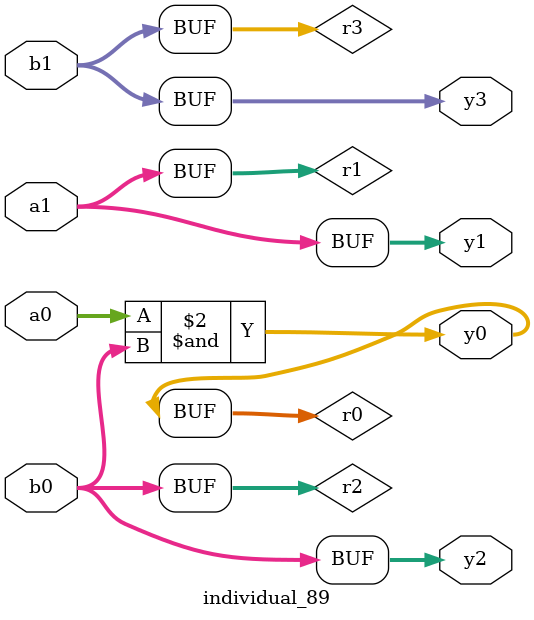
<source format=sv>
module individual_89(input logic [15:0] a1, input logic [15:0] a0, input logic [15:0] b1, input logic [15:0] b0, output logic [15:0] y3, output logic [15:0] y2, output logic [15:0] y1, output logic [15:0] y0);
logic [15:0] r0, r1, r2, r3; 
 always@(*) begin 
	 r0 = a0; r1 = a1; r2 = b0; r3 = b1; 
 	 r0  &=  b0 ;
 	 y3 = r3; y2 = r2; y1 = r1; y0 = r0; 
end
endmodule
</source>
